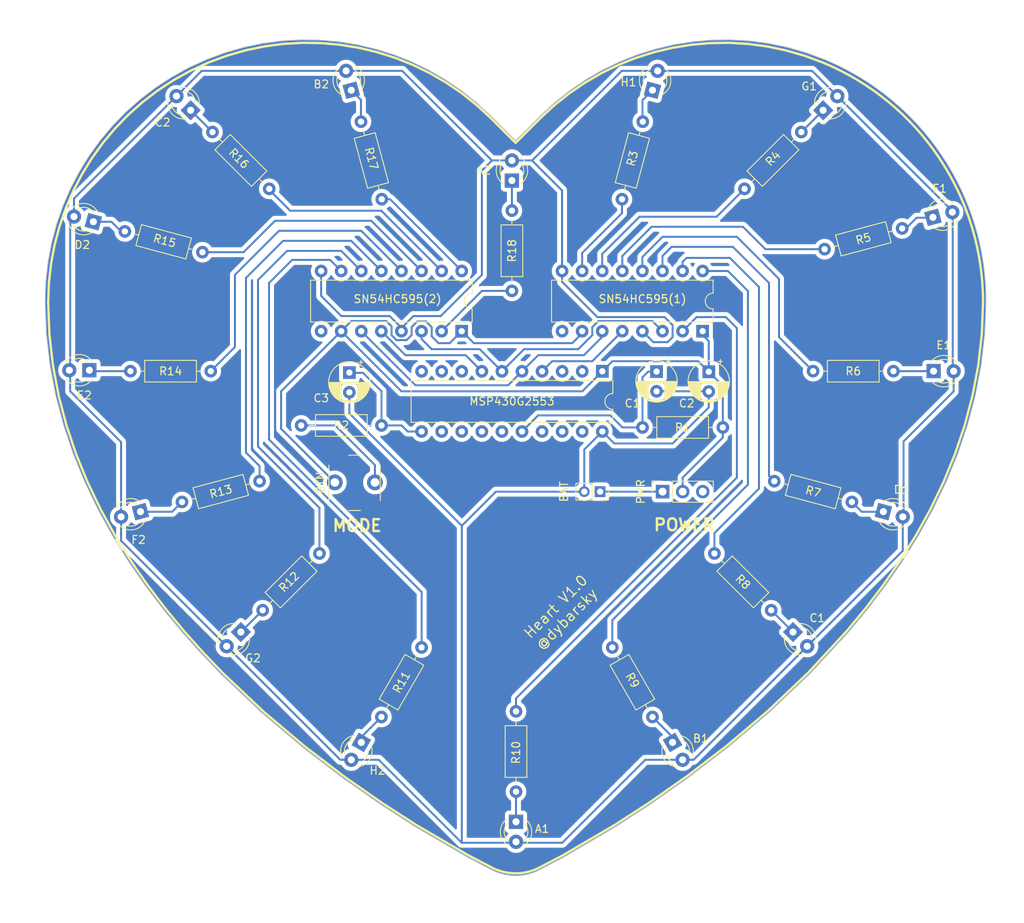
<source format=kicad_pcb>
(kicad_pcb (version 20221018) (generator pcbnew)
  (layers (0 "F.Cu" signal) (31 "B.Cu" signal) (34 "B.Paste" user) (35 "F.Paste" user) (36 "B.SilkS" user "B.Silkscreen") (37 "F.SilkS" user "F.Silkscreen") (38 "B.Mask" user) (39 "F.Mask" user) (44 "Edge.Cuts" user))
  (net 0 "")
  (net 1 "GND")
  (net 2 "VCC")
  (net 3 "RST")
  (net 4 "DAT")
  (net 5 "CLK")
  (net 6 "LTCH1")
  (net 7 "LTCH2")
  (net 8 "BTN")
  (net 9 "LED")
  (footprint "Button_Switch_THT:SW_PUSH_6mm_H5mm" (layer "F.Cu") (at 126.4264 107.5424 90)
    (fp_text reference "BTN")
    (fp_text value "SW_PUSH_6mm_H5mm" hide)
  )
  (footprint "LED_THT:LED_D3.0mm" (layer "F.Cu") (at 184.14 123.18 -45)
    (fp_text reference "C1")
    (fp_text value "LED_D3.0mm" hide)
  )
  (footprint "Resistor_THT:R_Axial_DIN0207_L6.3mm_D2.5mm_P10.16mm_Horizontal" (layer "F.Cu") (at 181.773097 104.0852 -15)
    (fp_text reference "R7")
    (fp_text value "R_Axial_DIN0207_L6.3mm_D2.5mm_P10.16mm_Horizontal" hide)
  )
  (footprint "LED_THT:LED_D3.0mm" (layer "F.Cu") (at 101.59 107.94 -165)
    (fp_text reference "F2")
    (fp_text value "LED_D3.0mm" hide)
  )
  (footprint "Resistor_THT:R_Axial_DIN0207_L6.3mm_D2.5mm_P10.16mm_Horizontal" (layer "F.Cu") (at 178.007898 67.082103 45)
    (fp_text reference "R4")
    (fp_text value "R_Axial_DIN0207_L6.3mm_D2.5mm_P10.16mm_Horizontal" hide)
  )
  (footprint "LED_THT:LED_D3.0mm" (layer "F.Cu") (at 195.57 107.94 -15)
    (fp_text reference "D1")
    (fp_text value "LED_D3.0mm" hide)
  )
  (footprint "Resistor_THT:R_Axial_DIN0207_L6.3mm_D2.5mm_P10.16mm_Horizontal" (layer "F.Cu") (at 99.614097 72.4722 -15)
    (fp_text reference "R15")
    (fp_text value "R_Axial_DIN0207_L6.3mm_D2.5mm_P10.16mm_Horizontal" hide)
  )
  (footprint "LED_THT:LED_D3.0mm" (layer "F.Cu") (at 128.26 54.6 105)
    (fp_text reference "B2")
    (fp_text value "LED_D3.0mm" hide)
  )
  (footprint "Connector_PinSocket_2.00mm:PinSocket_1x02_P2.00mm_Vertical" (layer "F.Cu") (at 159.734 105.41 -90)
    (fp_text reference "BAT")
    (fp_text value "PinSocket_1x02_P2.00mm_Vertical" hide)
  )
  (footprint "Resistor_THT:R_Axial_DIN0207_L6.3mm_D2.5mm_P10.16mm_Horizontal" (layer "F.Cu") (at 132.07 133.929409 60)
    (fp_text reference "R11")
    (fp_text value "R_Axial_DIN0207_L6.3mm_D2.5mm_P10.16mm_Horizontal" hide)
  )
  (footprint "LED_THT:LED_D3.0mm" (layer "F.Cu") (at 114.29 123.18 -135)
    (fp_text reference "G2")
    (fp_text value "LED_D3.0mm" hide)
  )
  (footprint "LED_THT:LED_D3.0mm" (layer "F.Cu") (at 166.36 54.6 75)
    (fp_text reference "H1")
    (fp_text value "LED_D3.0mm" hide)
  )
  (footprint "Resistor_THT:R_Axial_DIN0207_L6.3mm_D2.5mm_P10.16mm_Horizontal" (layer "F.Cu") (at 149.098 143.383 90)
    (fp_text reference "R10")
    (fp_text value "R_Axial_DIN0207_L6.3mm_D2.5mm_P10.16mm_Horizontal" hide)
  )
  (footprint "Package_DIP:DIP-16_W7.62mm" (layer "F.Cu") (at 142.225 77.48 -90)
    (fp_text reference "SN54HC595(2)")
    (fp_text value "DIP-16_W7.62mm" hide)
  )
  (footprint "Resistor_THT:R_Axial_DIN0207_L6.3mm_D2.5mm_P10.16mm_Horizontal" (layer "F.Cu") (at 100.32 90.16)
    (fp_text reference "R14")
    (fp_text value "R_Axial_DIN0207_L6.3mm_D2.5mm_P10.16mm_Horizontal" hide)
  )
  (footprint "Resistor_THT:R_Axial_DIN0207_L6.3mm_D2.5mm_P10.16mm_Horizontal" (layer "F.Cu") (at 132.08 97.028 180)
    (fp_text reference "R2")
    (fp_text value "R_Axial_DIN0207_L6.3mm_D2.5mm_P10.16mm_Horizontal" hide)
  )
  (footprint "Capacitor_THT:CP_Radial_D5.0mm_P2.50mm" (layer "F.Cu") (at 173.482 90.234888 -90)
    (fp_text reference "C2")
    (fp_text value "CP_Radial_D5.0mm_P2.50mm" hide)
  )
  (footprint "Resistor_THT:R_Axial_DIN0207_L6.3mm_D2.5mm_P10.16mm_Horizontal" (layer "F.Cu") (at 186.68 90.16)
    (fp_text reference "R6")
    (fp_text value "R_Axial_DIN0207_L6.3mm_D2.5mm_P10.16mm_Horizontal" hide)
  )
  (footprint "Resistor_THT:R_Axial_DIN0207_L6.3mm_D2.5mm_P10.16mm_Horizontal" (layer "F.Cu") (at 188.133097 74.720801 15)
    (fp_text reference "R5")
    (fp_text value "R_Axial_DIN0207_L6.3mm_D2.5mm_P10.16mm_Horizontal" hide)
  )
  (footprint "LED_THT:LED_D3.0mm" (layer "F.Cu") (at 168.9 137.15 -60)
    (fp_text reference "B1")
    (fp_text value "LED_D3.0mm" hide)
  )
  (footprint "LED_THT:LED_D3.0mm" (layer "F.Cu") (at 148.58 66.03 90)
    (fp_text reference "A2")
    (fp_text value "LED_D3.0mm" hide)
  )
  (footprint "Resistor_THT:R_Axial_DIN0207_L6.3mm_D2.5mm_P10.16mm_Horizontal" (layer "F.Cu") (at 106.843097 106.714801 15)
    (fp_text reference "R13")
    (fp_text value "R_Axial_DIN0207_L6.3mm_D2.5mm_P10.16mm_Horizontal" hide)
  )
  (footprint "Package_DIP:DIP-20_W7.62mm" (layer "F.Cu") (at 160.015 90.18 -90)
    (fp_text reference "MSP430G2553")
    (fp_text value "DIP-20_W7.62mm" hide)
  )
  (footprint "LED_THT:LED_D3.0mm" (layer "F.Cu") (at 95.631 71.247 165)
    (fp_text reference "D2")
    (fp_text value "LED_D3.0mm" hide)
  )
  (footprint "Capacitor_THT:CP_Radial_D5.0mm_P2.50mm" (layer "F.Cu") (at 128.016 90.336488 -90)
    (fp_text reference "C3")
    (fp_text value "CP_Radial_D5.0mm_P2.50mm" hide)
  )
  (footprint "Resistor_THT:R_Axial_DIN0207_L6.3mm_D2.5mm_P10.16mm_Horizontal" (layer "F.Cu") (at 161.28 125.130591 -60)
    (fp_text reference "R9")
    (fp_text value "R_Axial_DIN0207_L6.3mm_D2.5mm_P10.16mm_Horizontal" hide)
  )
  (footprint "Resistor_THT:R_Axial_DIN0207_L6.3mm_D2.5mm_P10.16mm_Horizontal" (layer "F.Cu") (at 162.5052 68.396903 75)
    (fp_text reference "R3")
    (fp_text value "R_Axial_DIN0207_L6.3mm_D2.5mm_P10.16mm_Horizontal" hide)
  )
  (footprint "Resistor_THT:R_Axial_DIN0207_L6.3mm_D2.5mm_P10.16mm_Horizontal" (layer "F.Cu") (at 129.4852 58.583097 -75)
    (fp_text reference "R17")
    (fp_text value "R_Axial_DIN0207_L6.3mm_D2.5mm_P10.16mm_Horizontal" hide)
  )
  (footprint "Connector_PinSocket_2.54mm:PinSocket_1x03_P2.54mm_Vertical" (layer "F.Cu") (at 167.64 105.41 90)
    (fp_text reference "PWR")
    (fp_text value "PinSocket_1x03_P2.54mm_Vertical" hide)
  )
  (footprint "Resistor_THT:R_Axial_DIN0207_L6.3mm_D2.5mm_P10.16mm_Horizontal" (layer "F.Cu") (at 117.047898 120.422103 45)
    (fp_text reference "R12")
    (fp_text value "R_Axial_DIN0207_L6.3mm_D2.5mm_P10.16mm_Horizontal" hide)
  )
  (footprint "LED_THT:LED_D3.0mm" (layer "F.Cu") (at 149.098 147.193 -90)
    (fp_text reference "A1")
    (fp_text value "LED_D3.0mm" hide)
  )
  (footprint "Resistor_THT:R_Axial_DIN0207_L6.3mm_D2.5mm_P10.16mm_Horizontal" (layer "F.Cu") (at 174.197898 113.237898 -45)
    (fp_text reference "R8")
    (fp_text value "R_Axial_DIN0207_L6.3mm_D2.5mm_P10.16mm_Horizontal" hide)
  )
  (footprint "LED_THT:LED_D3.0mm" (layer "F.Cu") (at 201.92 90.16)
    (fp_text reference "E1")
    (fp_text value "LED_D3.0mm" hide)
  )
  (footprint "LED_THT:LED_D3.0mm" (layer "F.Cu") (at 95.128 90.043 180)
    (fp_text reference "E2")
    (fp_text value "LED_D3.0mm" hide)
  )
  (footprint "Resistor_THT:R_Axial_DIN0207_L6.3mm_D2.5mm_P10.16mm_Horizontal" (layer "F.Cu") (at 165.1 97.282)
    (fp_text reference "R1")
    (fp_text value "R_Axial_DIN0207_L6.3mm_D2.5mm_P10.16mm_Horizontal" hide)
  )
  (footprint "Package_DIP:DIP-16_W7.62mm" (layer "F.Cu") (at 172.705 77.48 -90)
    (fp_text reference "SN54HC595(1)")
    (fp_text value "DIP-16_W7.62mm" hide)
  )
  (footprint "Resistor_THT:R_Axial_DIN0207_L6.3mm_D2.5mm_P10.16mm_Horizontal" (layer "F.Cu") (at 110.697898 59.897898 -45)
    (fp_text reference "R16")
    (fp_text value "R_Axial_DIN0207_L6.3mm_D2.5mm_P10.16mm_Horizontal" hide)
  )
  (footprint "LED_THT:LED_D3.0mm" (layer "F.Cu") (at 201.841445 70.687995 15)
    (fp_text reference "F1")
    (fp_text value "LED_D3.0mm" hide)
  )
  (footprint "LED_THT:LED_D3.0mm" (layer "F.Cu") (at 107.94 57.14 135)
    (fp_text reference "C2")
    (fp_text value "LED_D3.0mm" hide)
  )
  (footprint "LED_THT:LED_D3.0mm" (layer "F.Cu") (at 187.95 57.14 45)
    (fp_text reference "G1")
    (fp_text value "LED_D3.0mm" hide)
  )
  (footprint "LED_THT:LED_D3.0mm" (layer "F.Cu") (at 129.53 137.15 -120)
    (fp_text reference "H2")
    (fp_text value "LED_D3.0mm" hide)
  )
  (footprint "Capacitor_THT:CP_Radial_D5.0mm_P2.50mm" (layer "F.Cu") (at 166.878 90.21 -90)
    (fp_text reference "C1")
    (fp_text value "CP_Radial_D5.0mm_P2.50mm" hide)
  )
  (footprint "Resistor_THT:R_Axial_DIN0207_L6.3mm_D2.5mm_P10.16mm_Horizontal" (layer "F.Cu") (at 148.58 69.84 -90)
    (fp_text reference "R18")
    (fp_text value "R_Axial_DIN0207_L6.3mm_D2.5mm_P10.16mm_Horizontal" hide)
  )
  (gr_poly (pts (xy 178.45234 48.738058) (xy 180.846508 49.055818) (xy 183.226157 49.552847) (xy 185.581637 50.231063) (xy 187.903299 51.092383) (xy 189.041438 51.589163) (xy 190.153866 52.125308) (xy 191.239897 52.699798) (xy 192.29885 53.311608) (xy 193.330041 53.959716) (xy 194.332787 54.6431) (xy 195.306404 55.360737) (xy 196.250209 56.111605) (xy 197.163519 56.89468) (xy 198.045651 57.708941) (xy 198.895922 58.553364) (xy 199.713648 59.426927) (xy 200.498146 60.328607) (xy 201.248732 61.257382) (xy 201.964724 62.21223) (xy 202.645439 63.192126) (xy 203.290192 64.19605) (xy 203.898301 65.222978) (xy 204.469082 66.271888) (xy 205.001853 67.341757) (xy 205.49593 68.431562) (xy 205.95063 69.540281) (xy 206.365269 70.666891) (xy 206.739164 71.81037) (xy 207.071633 72.969696) (xy 207.361991 74.143844) (xy 207.609555 75.331793) (xy 207.813643 76.532521) (xy 207.973572 77.745004) (xy 208.088656 78.96822) (xy 208.158215 80.201146) (xy 208.181563 81.44276) (xy 208.02671 85.486958) (xy 207.575041 89.430825) (xy 206.845897 93.272742) (xy 205.858615 97.011089) (xy 204.632533 100.644248) (xy 203.186991 104.170599) (xy 201.541326 107.588523) (xy 199.714878 110.896399) (xy 197.726984 114.09261) (xy 195.596983 117.175535) (xy 193.344215 120.143555) (xy 190.988016 122.995051) (xy 186.042683 128.341992) (xy 180.915693 133.203404) (xy 175.761754 137.566332) (xy 170.735573 141.41782) (xy 165.991859 144.744915) (xy 161.68532 147.53466) (xy 155.002596 151.450284) (xy 151.925066 153.061052) (xy 151.755869 153.140054) (xy 151.584741 153.214113) (xy 151.41179 153.283206) (xy 151.237125 153.347307) (xy 151.060855 153.406391) (xy 150.88309 153.460433) (xy 150.703939 153.50941) (xy 150.52351 153.553295) (xy 150.341913 153.592064) (xy 150.159257 153.625692) (xy 149.975652 153.654154) (xy 149.791206 153.677426) (xy 149.606029 153.695482) (xy 149.420229 153.708299) (xy 149.233916 153.71585) (xy 149.0472 153.718111) (xy 149.0472 153.718099) (xy 148.860899 153.715667) (xy 148.675005 153.707967) (xy 148.489626 153.695025) (xy 148.304871 153.676867) (xy 148.120847 153.653516) (xy 147.937664 153.624997) (xy 147.755429 153.591336) (xy 147.574252 153.552557) (xy 147.39424 153.508685) (xy 147.215502 153.459745) (xy 147.038145 153.405762) (xy 146.86228 153.34676) (xy 146.688014 153.282764) (xy 146.515455 153.2138) (xy 146.344712 153.139891) (xy 146.175893 153.061063) (xy 143.099968 151.460798) (xy 136.417387 147.563303) (xy 132.11049 144.783822) (xy 127.366197 141.466905) (xy 122.339264 137.624844) (xy 117.184447 133.269928) (xy 112.056503 128.41445) (xy 109.550969 125.802841) (xy 107.110187 123.0707) (xy 104.753501 120.219563) (xy 102.500255 117.250968) (xy 100.369795 114.16645) (xy 98.381464 110.967545) (xy 96.554608 107.65579) (xy 94.90857 104.232722) (xy 93.462695 100.699876) (xy 92.236328 97.05879) (xy 91.248813 93.310999) (xy 90.519495 89.458039) (xy 90.067718 85.501447) (xy 89.912827 81.44276) (xy 90.005703 78.968296) (xy 90.280684 76.532661) (xy 90.732306 74.144038) (xy 91.355101 71.810607) (xy 92.143606 69.54055) (xy 93.092353 67.342049) (xy 94.195877 65.223285) (xy 95.448712 63.19244) (xy 96.845392 61.257695) (xy 98.380451 59.427233) (xy 100.048424 57.709235) (xy 101.843844 56.111881) (xy 103.761245 54.643355) (xy 105.795163 53.311837) (xy 107.940131 52.125509) (xy 110.190682 51.092553) (xy 112.512331 50.231202) (xy 114.867802 49.552955) (xy 117.247444 49.055894) (xy 119.641607 48.738101) (xy 122.040641 48.597657) (xy 124.434897 48.632645) (xy 126.814724 48.841146) (xy 129.170472 49.221241) (xy 131.492492 49.771012) (xy 133.771132 50.488542) (xy 135.996743 51.371911) (xy 138.159675 52.419202) (xy 140.250278 53.628496) (xy 142.258901 54.997876) (xy 144.175895 56.525421) (xy 145.991609 58.209215) (xy 149.0472 61.2648) (xy 152.102471 58.209522) (xy 153.918163 56.525705) (xy 155.835137 54.998134) (xy 157.843741 53.628728) (xy 159.934327 52.419406) (xy 162.097244 51.372087) (xy 164.322842 50.488688) (xy 166.601472 49.771128) (xy 168.923483 49.221325) (xy 171.279225 48.841198) (xy 173.659049 48.632666) (xy 176.053304 48.597646)) (stroke (width 0.3)) (fill none) (layer "F.SilkS"))
  (gr_poly (pts (xy 178.645911 48.339186) (xy 181.056147 48.659079) (xy 183.451766 49.159444) (xy 185.823055 49.842211) (xy 188.160299 50.709312) (xy 189.306077 51.209426) (xy 190.42597 51.74917) (xy 191.51929 52.327515) (xy 192.58535 52.943431) (xy 193.623462 53.595889) (xy 194.632937 54.28386) (xy 195.613089 55.006313) (xy 196.563228 55.76222) (xy 197.482668 56.550551) (xy 198.370721 57.370276) (xy 199.226698 58.220367) (xy 200.049912 59.099792) (xy 200.839675 60.007524) (xy 201.595299 60.942533) (xy 202.316096 61.903789) (xy 203.001379 62.890262) (xy 203.650459 63.900923) (xy 204.26265 64.934743) (xy 204.837262 65.990693) (xy 205.373609 67.067742) (xy 205.871001 68.164861) (xy 206.328753 69.281022) (xy 206.746174 70.415193) (xy 207.122579 71.566347) (xy 207.457279 72.733452) (xy 207.749586 73.915481) (xy 207.998812 75.111403) (xy 208.20427 76.320189) (xy 208.365271 77.54081) (xy 208.481128 78.772235) (xy 208.551153 80.013436) (xy 208.574659 81.263383) (xy 208.418766 85.334723) (xy 207.964066 89.305059) (xy 207.230028 93.172761) (xy 206.23612 96.936198) (xy 205.00181 100.59374) (xy 203.546566 104.143758) (xy 201.889856 107.58462) (xy 200.05115 110.914698) (xy 198.049914 114.132359) (xy 195.905619 117.235975) (xy 193.637731 120.223915) (xy 191.265719 123.094548) (xy 186.287196 128.477375) (xy 181.125796 133.371414) (xy 175.937267 137.763623) (xy 170.877353 141.64096) (xy 166.101802 144.990384) (xy 161.76636 147.798853) (xy 155.038786 151.740756) (xy 151.940601 153.362335) (xy 151.770269 153.441867) (xy 151.597992 153.516423) (xy 151.42388 153.585979) (xy 151.248043 153.65051) (xy 151.07059 153.709991) (xy 150.891632 153.764396) (xy 150.711278 153.813701) (xy 150.529639 153.857881) (xy 150.346823 153.89691) (xy 150.162942 153.930764) (xy 149.978104 153.959417) (xy 149.79242 153.982845) (xy 149.606 154.001023) (xy 149.418953 154.013925) (xy 149.23139 154.021527) (xy 149.04342 154.023803) (xy 149.04342 154.023792) (xy 148.855869 154.021343) (xy 148.668728 154.013591) (xy 148.482105 154.000563) (xy 148.296109 153.982282) (xy 148.110851 153.958775) (xy 147.926438 153.930065) (xy 147.742981 153.896178) (xy 147.560587 153.857139) (xy 147.379367 153.812972) (xy 147.199429 153.763704) (xy 147.020883 153.709358) (xy 146.843837 153.64996) (xy 146.668401 153.585535) (xy 146.494684 153.516107) (xy 146.322795 153.441703) (xy 146.152843 153.362346) (xy 143.056275 151.751341) (xy 136.328844 147.827688) (xy 131.993041 145.029553) (xy 127.216907 141.690374) (xy 122.156237 137.822527) (xy 116.966824 133.438385) (xy 111.804464 128.550319) (xy 109.282114 125.921182) (xy 106.824951 123.170705) (xy 104.452448 120.300433) (xy 102.18408 117.311914) (xy 100.039321 114.206695) (xy 98.037646 110.986321) (xy 96.198529 107.65234) (xy 94.541444 104.206298) (xy 93.085865 100.649742) (xy 91.851268 96.984218) (xy 90.857125 93.211274) (xy 90.122913 89.332456) (xy 89.668104 85.34931) (xy 89.512173 81.263383) (xy 89.605672 78.772312) (xy 89.882498 76.320331) (xy 90.337151 73.915676) (xy 90.964127 71.566584) (xy 91.757923 69.281292) (xy 92.713038 67.068036) (xy 93.823968 64.935052) (xy 95.085211 62.890577) (xy 96.491265 60.942848) (xy 98.036626 59.100101) (xy 99.715793 57.370572) (xy 101.523263 55.762498) (xy 103.453533 54.284116) (xy 105.501102 52.943662) (xy 107.660465 51.749372) (xy 109.926121 50.709484) (xy 112.263351 49.842351) (xy 114.63463 49.159552) (xy 117.030243 48.659156) (xy 119.440474 48.33923) (xy 121.85561 48.197844) (xy 124.265935 48.233066) (xy 126.661734 48.442966) (xy 129.033292 48.825612) (xy 131.370896 49.379073) (xy 133.664829 50.101419) (xy 135.905377 50.990717) (xy 138.082825 52.045036) (xy 140.187459 53.262447) (xy 142.209563 54.641016) (xy 144.139422 56.178814) (xy 145.967323 57.873908) (xy 149.04342 60.95) (xy 152.119197 57.874217) (xy 153.947075 56.179099) (xy 155.876914 54.641276) (xy 157.898999 53.26268) (xy 160.003615 52.045242) (xy 162.181049 50.990893) (xy 164.421584 50.101565) (xy 166.715506 49.379189) (xy 169.053101 48.825697) (xy 171.424654 48.443019) (xy 173.82045 48.233087) (xy 176.230773 48.197832)) (stroke (width 0.1)) (fill none) (layer "Edge.Cuts"))
  (gr_text "Heart V1.0\n@dybarsky" (at 152.4 125.73 45) (layer "F.SilkS") (effects (font (size 1.3 1.3) (thickness 0.1625)) (justify left bottom)))
  (gr_text "POWER" (at 166.37 110.49) (layer "F.SilkS") (effects (font (size 1.5 1.5) (thickness 0.3)) (justify left bottom)))
  (gr_text "MODE" (at 125.73 110.5916) (layer "F.SilkS") (effects (font (size 1.5 1.5) (thickness 0.3)) (justify left bottom)))
  (segment (start 167.0174 52.146548) (end 186.54865 52.146548) (width 0.25) (layer "B.Cu") (net 1))
  (segment (start 148.58 63.49) (end 151.14 63.49) (width 0.25) (layer "B.Cu") (net 1))
  (segment (start 171.562397 139.349705) (end 185.936051 124.976051) (width 0.25) (layer "B.Cu") (net 1))
  (segment (start 134.605 84.6686) (end 133.1214 83.185) (width 0.25) (layer "B.Cu") (net 1))
  (segment (start 165.450295 139.349705) (end 170.17 139.349705) (width 0.25) (layer "B.Cu") (net 1))
  (segment (start 128.26 139.349705) (end 126.867603 139.349705) (width 0.25) (layer "B.Cu") (net 1))
  (segment (start 161.529 99.314) (end 168.91 99.314) (width 0.25) (layer "B.Cu") (net 1))
  (segment (start 146.558 105.41) (end 157.734 105.41) (width 0.25) (layer "B.Cu") (net 1))
  (segment (start 128.016 95.504) (end 128.016 92.836488) (width 0.25) (layer "B.Cu") (net 1))
  (segment (start 154.925 67.295) (end 151.14 63.51) (width 0.25) (layer "B.Cu") (net 1))
  (segment (start 124.445 80.63) (end 124.445 77.48) (width 0.25) (layer "B.Cu") (net 1))
  (segment (start 142.24 109.728) (end 128.016 95.504) (width 0.25) (layer "B.Cu") (net 1))
  (segment (start 204.46 92.72) (end 204.46 90.16) (width 0.25) (layer "B.Cu") (net 1))
  (segment (start 198.023452 112.88865) (end 185.936051 124.976051) (width 0.25) (layer "B.Cu") (net 1))
  (segment (start 112.493949 124.976051) (end 99.136548 111.61865) (width 0.25) (layer "B.Cu") (net 1))
  (segment (start 198.12 108.500852) (end 198.12 99.06) (width 0.25) (layer "B.Cu") (net 1))
  (segment (start 106.143949 55.343949) (end 109.318949 52.168949) (width 0.25) (layer "B.Cu") (net 1))
  (segment (start 128.26 139.349705) (end 131.729705 139.349705) (width 0.25) (layer "B.Cu") (net 1))
  (segment (start 198.023452 108.5974) (end 198.12 108.500852) (width 0.25) (layer "B.Cu") (net 1))
  (segment (start 154.925 77.48) (end 154.925 78.852) (width 0.25) (layer "B.Cu") (net 1))
  (segment (start 173.482 94.742) (end 173.482 92.734888) (width 0.25) (layer "B.Cu") (net 1))
  (segment (start 165.085 85.1) (end 166.472 86.487) (width 0.25) (layer "B.Cu") (net 1))
  (segment (start 151.14 63.49) (end 162.483452 52.146548) (width 0.25) (layer "B.Cu") (net 1))
  (segment (start 168.91 84.328) (end 167.894 83.312) (width 0.25) (layer "B.Cu") (net 1))
  (segment (start 166.878 92.71) (end 173.457112 92.71) (width 0.25) (layer "B.Cu") (net 1))
  (segment (start 204.343 90.043) (end 204.46 90.16) (width 0.25) (layer "B.Cu") (net 1))
  (segment (start 134.696548 52.146548) (end 146.05 63.5) (width 0.25) (layer "B.Cu") (net 1))
  (segment (start 144.78 77.978) (end 144.78 64.77) (width 0.25) (layer "B.Cu") (net 1))
  (segment (start 112.493949 124.976051) (end 126.867603 139.349705) (width 0.25) (layer "B.Cu") (net 1))
  (segment (start 157.734 105.41) (end 157.734 100.081) (width 0.25) (layer "B.Cu") (net 1))
  (segment (start 173.457112 92.71) (end 173.482 92.734888) (width 0.25) (layer "B.Cu") (net 1))
  (segment (start 157.734 100.081) (end 160.015 97.8) (width 0.25) (layer "B.Cu") (net 1))
  (segment (start 134.605 84.6986) (end 136.1186 83.185) (width 0.25) (layer "B.Cu") (net 1))
  (segment (start 204.343 69.940898) (end 204.343 90.043) (width 0.25) (layer "B.Cu") (net 1))
  (segment (start 142.24 149.84) (end 142.23 149.85) (width 0.25) (layer "B.Cu") (net 1))
  (segment (start 99.136548 108.5974) (end 99.136548 99.136548) (width 0.25) (layer "B.Cu") (net 1))
  (segment (start 142.23 149.85) (end 149.85 149.85) (width 0.25) (layer "B.Cu") (net 1))
  (segment (start 166.472 86.487) (end 168.275 86.487) (width 0.25) (layer "B.Cu") (net 1))
  (segment (start 109.34135 52.146548) (end 109.318949 52.168949) (width 0.25) (layer "B.Cu") (net 1))
  (segment (start 127.6026 52.146548) (end 109.34135 52.146548) (width 0.25) (layer "B.Cu") (net 1))
  (segment (start 154.925 77.48) (end 154.925 67.295) (width 0.25) (layer "B.Cu") (net 1))
  (segment (start 146.05 63.5) (end 146.06 63.49) (width 0.25) (layer "B.Cu") (net 1))
  (segment (start 93.177548 70.5896) (end 92.71 71.057148) (width 0.25) (layer "B.Cu") (net 1))
  (segment (start 92.7 92.7) (end 92.7 90.16) (width 0.25) (layer "B.Cu") (net 1))
  (segment (start 136.1186 83.185) (end 139.573 83.185) (width 0.25) (layer "B.Cu") (net 1))
  (segment (start 99.136548 111.61865) (end 99.136548 108.5974) (width 0.25) (layer "B.Cu") (net 1))
  (segment (start 198.12 99.06) (end 204.46 92.72) (width 0.25) (layer "B.Cu") (net 1))
  (segment (start 154.95 149.85) (end 165.450295 139.349705) (width 0.25) (layer "B.Cu") (net 1))
  (segment (start 170.17 139.349705) (end 171.562397 139.349705) (width 0.25) (layer "B.Cu") (net 1))
  (segment (start 149.85 149.85) (end 154.95 149.85) (width 0.25) (layer "B.Cu") (net 1))
  (segment (start 154.925 78.852) (end 159.385 83.312) (width 0.25) (layer "B.Cu") (net 1))
  (segment (start 99.136548 99.136548) (end 92.7 92.7) (width 0.25) (layer "B.Cu") (net 1))
  (segment (start 139.573 83.185) (end 144.78 77.978) (width 0.25) (layer "B.Cu") (net 1))
  (segment (start 133.1214 83.185) (end 127 83.185) (width 0.25) (layer "B.Cu") (net 1))
  (segment (start 198.023452 108.5974) (end 198.023452 112.88865) (width 0.25) (layer "B.Cu") (net 1))
  (segment (start 92.7 71.892) (end 92.7 90.16) (width 0.25) (layer "B.Cu") (net 1))
  (segment (start 127.6026 52.146548) (end 134.696548 52.146548) (width 0.25) (layer "B.Cu") (net 1))
  (segment (start 186.54865 52.146548) (end 189.746051 55.343949) (width 0.25) (layer "B.Cu") (net 1))
  (segment (start 134.605 85.1) (end 134.605 84.6686) (width 0.25) (layer "B.Cu") (net 1))
  (segment (start 142.24 109.728) (end 142.24 149.84) (width 0.25) (layer "B.Cu") (net 1))
  (segment (start 92.71 71.882) (end 92.7 71.892) (width 0.25) (layer "B.Cu") (net 1))
  (segment (start 160.015 97.8) (end 161.529 99.314) (width 0.25) (layer "B.Cu") (net 1))
  (segment (start 146.06 63.49) (end 148.58 63.49) (width 0.25) (layer "B.Cu") (net 1))
  (segment (start 167.0174 52.146548) (end 162.483452 52.146548) (width 0.25) (layer "B.Cu") (net 1))
  (segment (start 144.78 64.77) (end 146.05 63.5) (width 0.25) (layer "B.Cu") (net 1))
  (segment (start 142.24 109.728) (end 146.558 105.41) (width 0.25) (layer "B.Cu") (net 1))
  (segment (start 127 83.185) (end 124.445 80.63) (width 0.25) (layer "B.Cu") (net 1))
  (segment (start 92.71 71.057148) (end 92.71 71.882) (width 0.25) (layer "B.Cu") (net 1))
  (segment (start 93.177548 68.31035) (end 106.143949 55.343949) (width 0.25) (layer "B.Cu") (net 1))
  (segment (start 159.385 83.312) (end 167.894 83.312) (width 0.25) (layer "B.Cu") (net 1))
  (segment (start 93.177548 70.5896) (end 93.177548 68.31035) (width 0.25) (layer "B.Cu") (net 1))
  (segment (start 151.14 63.51) (end 151.14 63.49) (width 0.25) (layer "B.Cu") (net 1))
  (segment (start 168.91 99.314) (end 173.482 94.742) (width 0.25) (layer "B.Cu") (net 1))
  (segment (start 189.746051 55.343949) (end 204.343 69.940898) (width 0.25) (layer "B.Cu") (net 1))
  (segment (start 168.91 85.852) (end 168.91 84.328) (width 0.25) (layer "B.Cu") (net 1))
  (segment (start 168.275 86.487) (end 168.91 85.852) (width 0.25) (layer "B.Cu") (net 1))
  (segment (start 134.605 85.1) (end 134.605 84.6986) (width 0.25) (layer "B.Cu") (net 1))
  (segment (start 131.729705 139.349705) (end 142.23 149.85) (width 0.25) (layer "B.Cu") (net 1))
  (segment (start 133.35 84.481396) (end 133.35 85.598) (width 0.25) (layer "B.Cu") (net 2))
  (segment (start 134.595 92.71) (end 126.985 85.1) (width 0.25) (layer "B.Cu") (net 2))
  (segment (start 173.482 86.36) (end 173.482 90.234888) (width 0.25) (layer "B.Cu") (net 2))
  (segment (start 159.734 105.41) (end 167.64 105.41) (width 0.25) (layer "B.Cu") (net 2))
  (segment (start 121.92 97.028) (end 126.238 97.028) (width 0.25) (layer "B.Cu") (net 2))
  (segment (start 172.705 85.1) (end 172.705 85.583) (width 0.25) (layer "B.Cu") (net 2))
  (segment (start 170.18 105.41) (end 170.18 103.632) (width 0.25) (layer "B.Cu") (net 2))
  (segment (start 137.7188 83.8708) (end 138.43 84.582) (width 0.25) (layer "B.Cu") (net 2))
  (segment (start 161.295 88.9) (end 160.015 90.18) (width 0.25) (layer "B.Cu") (net 2))
  (segment (start 175.26 98.552) (end 175.26 97.282) (width 0.25) (layer "B.Cu") (net 2))
  (segment (start 135.263 86.225) (end 135.89 85.598) (width 0.25) (layer "B.Cu") (net 2))
  (segment (start 133.977 86.225) (end 135.263 86.225) (width 0.25) (layer "B.Cu") (net 2))
  (segment (start 119.38 97.448) (end 126.1724 104.2404) (width 0.25) (layer "B.Cu") (net 2))
  (segment (start 135.89 85.598) (end 135.89 84.582) (width 0.25) (layer "B.Cu") (net 2))
  (segment (start 175.26 92.012888) (end 173.482 90.234888) (width 0.25) (layer "B.Cu") (net 2))
  (segment (start 172.147112 88.9) (end 161.295 88.9) (width 0.25) (layer "B.Cu") (net 2))
  (segment (start 133.35 85.598) (end 133.977 86.225) (width 0.25) (layer "B.Cu") (net 2))
  (segment (start 138.43 85.748604) (end 139.295396 86.614) (width 0.25) (layer "B.Cu") (net 2))
  (segment (start 126.985 85.1) (end 128.265 83.82) (width 0.25) (layer "B.Cu") (net 2))
  (segment (start 126.985 85.1) (end 119.38 92.705) (width 0.25) (layer "B.Cu") (net 2))
  (segment (start 119.38 92.705) (end 119.38 97.448) (width 0.25) (layer "B.Cu") (net 2))
  (segment (start 143.764 86.614) (end 156.21 86.614) (width 0.25) (layer "B.Cu") (net 2))
  (segment (start 142.25 85.1) (end 143.764 86.614) (width 0.25) (layer "B.Cu") (net 2))
  (segment (start 157.465 85.359) (end 157.465 85.1) (width 0.25) (layer "B.Cu") (net 2))
  (segment (start 160.015 90.18) (end 157.485 92.71) (width 0.25) (layer "B.Cu") (net 2))
  (segment (start 175.26 97.282) (end 175.26 92.012888) (width 0.25) (layer "B.Cu") (net 2))
  (segment (start 138.43 84.582) (end 138.43 85.748604) (width 0.25) (layer "B.Cu") (net 2))
  (segment (start 136.6012 83.8708) (end 137.7188 83.8708) (width 0.25) (layer "B.Cu") (net 2))
  (segment (start 128.265 83.82) (end 132.688604 83.82) (width 0.25) (layer "B.Cu") (net 2))
  (segment (start 131.2524 102.0424) (end 131.2524 104.2404) (width 0.25) (layer "B.Cu") (net 2))
  (segment (start 142.225 85.1) (end 142.25 85.1) (width 0.25) (layer "B.Cu") (net 2))
  (segment (start 140.711 86.614) (end 142.225 85.1) (width 0.25) (layer "B.Cu") (net 2))
  (segment (start 172.705 85.583) (end 173.482 86.36) (width 0.25) (layer "B.Cu") (net 2))
  (segment (start 156.21 86.614) (end 157.465 85.359) (width 0.25) (layer "B.Cu") (net 2))
  (segment (start 157.485 92.71) (end 134.595 92.71) (width 0.25) (layer "B.Cu") (net 2))
  (segment (start 126.238 97.028) (end 131.2524 102.0424) (width 0.25) (layer "B.Cu") (net 2))
  (segment (start 170.18 103.632) (end 175.26 98.552) (width 0.25) (layer "B.Cu") (net 2))
  (segment (start 132.688604 83.82) (end 133.35 84.481396) (width 0.25) (layer "B.Cu") (net 2))
  (segment (start 173.482 90.234888) (end 172.147112 88.9) (width 0.25) (layer "B.Cu") (net 2))
  (segment (start 135.89 84.582) (end 136.6012 83.8708) (width 0.25) (layer "B.Cu") (net 2))
  (segment (start 139.295396 86.614) (end 140.711 86.614) (width 0.25) (layer "B.Cu") (net 2))
  (segment (start 165.1 97.282) (end 162.56 97.282) (width 0.25) (layer "B.Cu") (net 3))
  (segment (start 165.822 90.21) (end 165.1 90.932) (width 0.25) (layer "B.Cu") (net 3))
  (segment (start 165.1 90.932) (end 165.1 97.282) (width 0.25) (layer "B.Cu") (net 3))
  (segment (start 166.878 90.21) (end 165.822 90.21) (width 0.25) (layer "B.Cu") (net 3))
  (segment (start 161.036 95.758) (end 151.897 95.758) (width 0.25) (layer "B.Cu") (net 3))
  (segment (start 151.897 95.758) (end 149.855 97.8) (width 0.25) (layer "B.Cu") (net 3))
  (segment (start 162.56 97.282) (end 161.036 95.758) (width 0.25) (layer "B.Cu") (net 3))
  (segment (start 138.43 87.376) (end 137.145 86.091) (width 0.25) (layer "B.Cu") (net 4))
  (segment (start 137.145 86.091) (end 137.145 85.1) (width 0.25) (layer "B.Cu") (net 4))
  (segment (start 147.315 90.18) (end 150.119 87.376) (width 0.25) (layer "B.Cu") (net 4))
  (segment (start 158.75 84.582) (end 159.512 83.82) (width 0.25) (layer "B.Cu") (net 4))
  (segment (start 156.972 87.376) (end 158.75 85.598) (width 0.25) (layer "B.Cu") (net 4))
  (segment (start 150.119 87.376) (end 156.972 87.376) (width 0.25) (layer "B.Cu") (net 4))
  (segment (start 158.75 85.598) (end 158.75 84.582) (width 0.25) (layer "B.Cu") (net 4))
  (segment (start 144.511 87.376) (end 138.43 87.376) (width 0.25) (layer "B.Cu") (net 4))
  (segment (start 166.345 83.82) (end 167.625 85.1) (width 0.25) (layer "B.Cu") (net 4))
  (segment (start 147.315 90.18) (end 144.511 87.376) (width 0.25) (layer "B.Cu") (net 4))
  (segment (start 159.512 83.82) (end 166.345 83.82) (width 0.25) (layer "B.Cu") (net 4))
  (segment (start 129.525 85.1) (end 136.373 91.948) (width 0.25) (layer "B.Cu") (net 5))
  (segment (start 148.087 91.948) (end 149.855 90.18) (width 0.25) (layer "B.Cu") (net 5))
  (segment (start 136.373 91.948) (end 148.087 91.948) (width 0.25) (layer "B.Cu") (net 5))
  (segment (start 157.6832 88.138) (end 160.005 85.8162) (width 0.25) (layer "B.Cu") (net 5))
  (segment (start 160.005 85.8162) (end 160.005 85.1) (width 0.25) (layer "B.Cu") (net 5))
  (segment (start 151.897 88.138) (end 157.6832 88.138) (width 0.25) (layer "B.Cu") (net 5))
  (segment (start 149.855 90.18) (end 151.897 88.138) (width 0.25) (layer "B.Cu") (net 5))
  (segment (start 152.395 90.18) (end 153.675 88.9) (width 0.25) (layer "B.Cu") (net 6))
  (segment (start 158.745 88.9) (end 162.545 85.1) (width 0.25) (layer "B.Cu") (net 6))
  (segment (start 153.675 88.9) (end 158.745 88.9) (width 0.25) (layer "B.Cu") (net 6))
  (segment (start 142.733 88.138) (end 135.103 88.138) (width 0.25) (layer "B.Cu") (net 7))
  (segment (start 144.775 90.18) (end 142.733 88.138) (width 0.25) (layer "B.Cu") (net 7))
  (segment (start 135.103 88.138) (end 132.065 85.1) (width 0.25) (layer "B.Cu") (net 7))
  (segment (start 135.392 97.8) (end 137.155 97.8) (width 0.25) (layer "B.Cu") (net 8))
  (segment (start 128.052712 90.3732) (end 129.7432 90.3732) (width 0.25) (layer "B.Cu") (net 8))
  (segment (start 132.08 97.028) (end 134.62 97.028) (width 0.25) (layer "B.Cu") (net 8))
  (segment (start 129.7432 90.3732) (end 132.08 92.71) (width 0.25) (layer "B.Cu") (net 8))
  (segment (start 132.08 92.71) (end 132.08 97.155) (width 0.25) (layer "B.Cu") (net 8))
  (segment (start 134.62 97.028) (end 135.392 97.8) (width 0.25) (layer "B.Cu") (net 8))
  (segment (start 132.07 133.929409) (end 129.53 136.469409) (width 0.25) (layer "B.Cu") (net 9))
  (segment (start 116.459 99.695) (end 124.232103 107.468103) (width 0.25) (layer "B.Cu") (net 9))
  (segment (start 106.843097 106.714801) (end 105.607898 107.95) (width 0.25) (layer "B.Cu") (net 9))
  (segment (start 176.53 74.422) (end 168.783 74.422) (width 0.25) (layer "B.Cu") (net 9))
  (segment (start 165.1 55.86) (end 166.36 54.6) (width 0.25) (layer "B.Cu") (net 9))
  (segment (start 149.098 133.223) (end 149.098 131.572) (width 0.25) (layer "B.Cu") (net 9))
  (segment (start 97.917 71.247) (end 95.631 71.247) (width 0.25) (layer "B.Cu") (net 9))
  (segment (start 178.435 104.521) (end 178.435 80.01) (width 0.25) (layer "B.Cu") (net 9))
  (segment (start 157.465 77.48) (end 157.465 75.199) (width 0.25) (layer "B.Cu") (net 9))
  (segment (start 196.86 90.16) (end 201.92 90.16) (width 0.25) (layer "B.Cu") (net 9))
  (segment (start 116.656903 102.178903) (end 114.935 100.457) (width 0.25) (layer "B.Cu") (net 9))
  (segment (start 120.523 69.85) (end 132.055 69.85) (width 0.25) (layer "B.Cu") (net 9))
  (segment (start 165.134801 58.583097) (end 165.1 58.548296) (width 0.25) (layer "B.Cu") (net 9))
  (segment (start 179.832 79.502) (end 176.149 75.819) (width 0.25) (layer "B.Cu") (net 9))
  (segment (start 129.53 136.469409) (end 129.53 137.15) (width 0.25) (layer "B.Cu") (net 9))
  (segment (start 177.8 71.882) (end 180.638801 74.720801) (width 0.25) (layer "B.Cu") (net 9))
  (segment (start 162.545 77.48) (end 162.545 75.58) (width 0.25) (layer "B.Cu") (net 9))
  (segment (start 124.232103 107.468103) (end 124.232103 113.237898) (width 0.25) (layer "B.Cu") (net 9))
  (segment (start 144.785 80) (end 148.58 80) (width 0.25) (layer "B.Cu") (net 9))
  (segment (start 129.4852 55.8252) (end 128.26 54.6) (width 0.25) (layer "B.Cu") (net 9))
  (segment (start 117.882103 67.082103) (end 117.882103 67.209103) (width 0.25) (layer "B.Cu") (net 9))
  (segment (start 126.975 74.93) (end 120.142 74.93) (width 0.25) (layer "B.Cu") (net 9))
  (segment (start 160.005 77.48) (end 160.005 75.327297) (width 0.25) (layer "B.Cu") (net 9))
  (segment (start 174.478001 70.612) (end 178.007898 67.082103) (width 0.25) (layer "B.Cu") (net 9))
  (segment (start 117.856 78.994) (end 117.856 98.806) (width 0.25) (layer "B.Cu") (net 9))
  (segment (start 196.84 90.16) (end 196.85 90.17) (width 0.25) (layer "B.Cu") (net 9))
  (segment (start 157.465 75.199) (end 162.5052 70.1588) (width 0.25) (layer "B.Cu") (net 9))
  (segment (start 199.771 70.739) (end 201.79044 70.739) (width 0.25) (layer "B.Cu") (net 9))
  (segment (start 128.245 73.66) (end 132.065 77.48) (width 0.25) (layer "B.Cu") (net 9))
  (segment (start 120.777 76.073) (end 117.856 78.994) (width 0.25) (layer "B.Cu") (net 9))
  (segment (start 99.1422 72.4722) (end 97.917 71.247) (width 0.25) (layer "B.Cu") (net 9))
  (segment (start 178.435 80.01) (end 175.905 77.48) (width 0.25) (layer "B.Cu") (net 9))
  (segment (start 129.4852 58.583097) (end 129.4852 55.8252) (width 0.25) (layer "B.Cu") (net 9))
  (segment (start 168.9 136.469409) (end 168.9 137.15) (width 0.25) (layer "B.Cu") (net 9))
  (segment (start 181.102 78.994) (end 176.53 74.422) (width 0.25) (layer "B.Cu") (net 9))
  (segment (start 177.038 73.152) (end 182.372 78.486) (width 0.25) (layer "B.Cu") (net 9))
  (segment (start 165.1 58.548296) (end 165.1 55.86) (width 0.25) (layer "B.Cu") (net 9))
  (segment (start 118.618 71.12) (end 130.785 71.12) (width 0.25) (layer "B.Cu") (net 9))
  (segment (start 137.16 125.120591) (end 137.15 125.130591) (width 0.25) (layer "B.Cu") (net 9))
  (segment (start 137.16 118.11) (end 137.16 125.120591) (width 0.25) (layer "B.Cu") (net 9))
  (segment (start 148.58 69.84) (end 148.58 66.03) (width 0.25) (layer "B.Cu") (net 9))
  (segment (start 174.197898 113.237898) (end 174.197898 110.663102) (width 0.25) (layer "B.Cu") (net 9))
  (segment (start 161.28 125.130591) (end 161.28 121.676) (width 0.25) (layer "B.Cu") (net 9))
  (segment (start 113.538 87.102) (end 113.538 77.978) (width 0.25) (layer "B.Cu") (net 9))
  (segment (start 166.36 133.929409) (end 168.9 136.469409) (width 0.25) (layer "B.Cu") (net 9))
  (segment (start 175.905 77.48) (end 172.705 77.48) (width 0.25) (layer "B.Cu") (net 9))
  (segment (start 175.641 83.312) (end 171.953 83.312) (width 0.25) (layer "B.Cu") (net 9))
  (segment (start 100.32 90.16) (end 95.24 90.16) (width 0.25) (layer "B.Cu") (net 9))
  (segment (start 180.638801 74.720801) (end 188.133097 74.720801) (width 0.25) (layer "B.Cu") (net 9))
  (segment (start 117.047898 120.422103) (end 114.29 123.18) (width 0.25) (layer "B.Cu") (net 9))
  (segment (start 129.515 72.39) (end 134.605 77.48) (width 0.25) (layer "B.Cu") (net 9))
  (segment (start 191.586903 106.714801) (end 192.822102 107.95) (width 0.25) (layer "B.Cu") (net 9))
  (segment (start 162.5052 70.1588) (end 162.5052 68.396903) (width 0.25) (layer "B.Cu") (net 9))
  (segment (start 109.427903 75.101801) (end 114.636199 75.101801) (width 0.25) (layer "B.Cu") (net 9))
  (segment (start 116.459 78.613) (end 116.459 99.695) (width 0.25) (layer "B.Cu") (net 9))
  (segment (start 170.688 75.819) (end 170.165 76.342) (width 0.25) (layer "B.Cu") (net 9))
  (segment (start 162.545 75.58) (end 166.243 71.882) (width 0.25) (layer "B.Cu") (net 9))
  (segment (start 125.578 76.073) (end 120.777 76.073) (width 0.25) (layer "B.Cu") (net 9))
  (segment (start 119.634 73.66) (end 128.245 73.66) (width 0.25) (layer "B.Cu") (net 9))
  (segment (start 177.038 103.632) (end 177.038 84.709) (width 0.25) (layer "B.Cu") (net 9))
  (segment (start 197.946903 72.0912) (end 198.4188 72.0912) (width 0.25) (layer "B.Cu") (net 9))
  (segment (start 181.102 103.414103) (end 181.102 78.994) (width 0.25) (layer "B.Cu") (net 9))
  (segment (start 119.126 72.39) (end 129.515 72.39) (width 0.25) (layer "B.Cu") (net 9))
  (segment (start 165.085 77.48) (end 165.085 75.707) (width 0.25) (layer "B.Cu") (net 9))
  (segment (start 105.607898 107.95) (end 101.6 107.95) (width 0.25) (layer "B.Cu") (net 9))
  (segment (start 181.382103 120.422103) (end 184.14 123.18) (width 0.25) (layer "B.Cu") (net 9))
  (segment (start 179.832 105.029) (end 179.832 79.502) (width 0.25) (layer "B.Cu") (net 9))
  (segment (start 201.79044 70.739) (end 201.841445 70.687995) (width 0.25) (layer "B.Cu") (net 9))
  (segment (start 129.525 77.48) (end 126.975 74.93) (width 0.25) (layer "B.Cu") (net 9))
  (segment (start 170.165 76.342) (end 170.165 77.48) (width 0.25) (layer "B.Cu") (net 9))
  (segment (start 164.720297 70.612) (end 174.478001 70.612) (width 0.25) (layer "B.Cu") (net 9))
  (segment (start 168.783 74.422) (end 167.625 75.58) (width 0.25) (layer "B.Cu") (net 9))
  (segment (start 126.985 77.48) (end 125.578 76.073) (width 0.25) (layer "B.Cu") (net 9))
  (segment (start 132.055 69.85) (end 139.685 77.48) (width 0.25) (layer "B.Cu") (net 9))
  (segment (start 149.098 131.572) (end 177.038 103.632) (width 0.25) (layer "B.Cu") (net 9))
  (segment (start 110.48 90.16) (end 113.538 87.102) (width 0.25) (layer "B.Cu") (net 9))
  (segment (start 196.85 90.17) (end 196.86 90.16) (width 0.25) (layer "B.Cu") (net 9))
  (segment (start 185.192103 59.897898) (end 187.95 57.14) (width 0.25) (layer "B.Cu") (net 9))
  (segment (start 130.785 71.12) (end 137.145 77.48) (width 0.25) (layer "B.Cu") (net 9))
  (segment (start 142.225 77.48) (end 142.225 77.455) (width 0.25) (layer "B.Cu") (net 9))
  (segment (start 149.098 143.383) (end 149.098 147.193) (width 0.25) (layer "B.Cu") (net 9))
  (segment (start 198.4188 72.0912) (end 199.771 70.739) (width 0.25) (layer "B.Cu") (net 9))
  (segment (start 176.149 75.819) (end 170.688 75.819) (width 0.25) (layer "B.Cu") (net 9))
  (segment (start 116.656903 104.0852) (end 116.656903 102.178903) (width 0.25) (layer "B.Cu") (net 9))
  (segment (start 182.372 78.486) (end 182.372 85.852) (width 0.25) (layer "B.Cu") (net 9))
  (segment (start 160.005 75.327297) (end 164.720297 70.612) (width 0.25) (layer "B.Cu") (net 9))
  (segment (start 117.856 98.806) (end 137.16 118.11) (width 0.25) (layer "B.Cu") (net 9))
  (segment (start 139.685 85.1) (end 144.785 80) (width 0.25) (layer "B.Cu") (net 9))
  (segment (start 120.142 74.93) (end 116.459 78.613) (width 0.25) (layer "B.Cu") (net 9))
  (segment (start 165.085 75.707) (end 167.64 73.152) (width 0.25) (layer "B.Cu") (net 9))
  (segment (start 171.953 83.312) (end 170.165 85.1) (width 0.25) (layer "B.Cu") (net 9))
  (segment (start 113.538 77.978) (end 119.126 72.39) (width 0.25) (layer "B.Cu") (net 9))
  (segment (start 177.038 84.709) (end 175.641 83.312) (width 0.25) (layer "B.Cu") (net 9))
  (segment (start 114.935 100.457) (end 114.935 78.359) (width 0.25) (layer "B.Cu") (net 9))
  (segment (start 181.773097 104.0852) (end 181.102 103.414103) (width 0.25) (layer "B.Cu") (net 9))
  (segment (start 142.225 77.455) (end 133.166903 68.396903) (width 0.25) (layer "B.Cu") (net 9))
  (segment (start 167.625 75.58) (end 167.625 77.48) (width 0.25) (layer "B.Cu") (net 9))
  (segment (start 117.882103 67.209103) (end 120.523 69.85) (width 0.25) (layer "B.Cu") (net 9))
  (segment (start 167.64 73.152) (end 177.038 73.152) (width 0.25) (layer "B.Cu") (net 9))
  (segment (start 101.6 107.95) (end 101.59 107.94) (width 0.25) (layer "B.Cu") (net 9))
  (segment (start 133.166903 68.396903) (end 132.114801 68.396903) (width 0.25) (layer "B.Cu") (net 9))
  (segment (start 192.822102 107.95) (end 195.56 107.95) (width 0.25) (layer "B.Cu") (net 9))
  (segment (start 161.28 121.676) (end 178.435 104.521) (width 0.25) (layer "B.Cu") (net 9))
  (segment (start 166.37 71.882) (end 177.8 71.882) (width 0.25) (layer "B.Cu") (net 9))
  (segment (start 182.372 85.852) (end 186.68 90.16) (width 0.25) (layer "B.Cu") (net 9))
  (segment (start 99.614097 72.4722) (end 99.1422 72.4722) (width 0.25) (layer "B.Cu") (net 9))
  (segment (start 174.197898 110.663102) (end 179.832 105.029) (width 0.25) (layer "B.Cu") (net 9))
  (segment (start 110.697898 59.897898) (end 107.94 57.14) (width 0.25) (layer "B.Cu") (net 9))
  (segment (start 114.935 78.359) (end 119.634 73.66) (width 0.25) (layer "B.Cu") (net 9))
  (segment (start 195.56 107.95) (end 195.57 107.94) (width 0.25) (layer "B.Cu") (net 9))
  (segment (start 114.636199 75.101801) (end 118.618 71.12) (width 0.25) (layer "B.Cu") (net 9))
  (zone (net 0) (net_name "") (layer "B.Cu") (connect_pads (clearance 0.5)) (min_thickness 0.25) (fill yes (thermal_gap 0.5) (thermal_bridge_width 0.5) (island_removal_mode 1) (island_area_min 10))
    (polygon (pts (xy 83.82 43.18) (xy 213.36 43.18) (xy 213.36 160.02) (xy 83.82 160.02)))
  )
)
</source>
